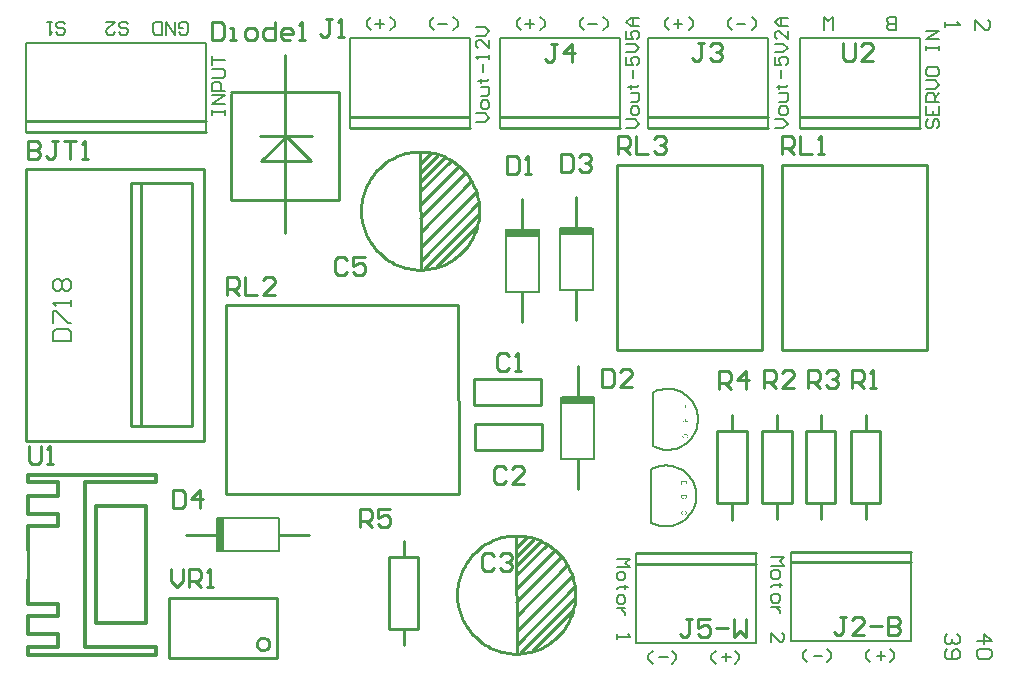
<source format=gto>
G04*
G04 #@! TF.GenerationSoftware,Altium Limited,Altium Designer,18.0.11 (651)*
G04*
G04 Layer_Color=65535*
%FSTAX44Y44*%
%MOMM*%
G71*
G01*
G75*
%ADD10C,0.2540*%
%ADD11C,0.1270*%
%ADD12C,0.2000*%
%ADD13C,0.3048*%
%ADD14R,2.8000X0.8000*%
%ADD15R,0.8000X2.8000*%
G36*
X00595498Y00237453D02*
X00595568D01*
X00595646Y00237446D01*
X00595737Y00237439D01*
X00595829Y00237432D01*
X0059604Y00237397D01*
X00596265Y00237355D01*
X0059649Y00237298D01*
X00596708Y00237214D01*
X00596715D01*
X00596729Y002372D01*
X00596758Y00237186D01*
X005968Y00237171D01*
X00596842Y00237143D01*
X00596898Y00237115D01*
X00597018Y00237038D01*
X00597151Y00236939D01*
X00597292Y00236827D01*
X00597419Y00236693D01*
X00597538Y00236545D01*
Y00236538D01*
X00597552Y00236524D01*
X00597567Y00236503D01*
X00597581Y00236468D01*
X00597602Y00236433D01*
X0059763Y00236383D01*
X00597651Y00236327D01*
X00597679Y00236271D01*
X00597728Y0023613D01*
X00597778Y00235968D01*
X00597806Y00235793D01*
X0059782Y00235603D01*
Y00235546D01*
X00597813Y00235504D01*
X00597806Y00235455D01*
X00597799Y00235399D01*
X00597778Y00235265D01*
X00597735Y0023511D01*
X00597672Y00234941D01*
X0059763Y00234857D01*
X00597581Y00234779D01*
X00597524Y00234695D01*
X00597461Y00234618D01*
X00597454Y00234611D01*
X00597447Y00234596D01*
X00597426Y00234575D01*
X00597398Y00234554D01*
X00597355Y00234519D01*
X00597313Y00234477D01*
X00597264Y00234435D01*
X00597201Y00234392D01*
X0059713Y00234343D01*
X00597053Y00234294D01*
X00596969Y00234252D01*
X00596877Y00234202D01*
X00596779Y00234153D01*
X00596666Y00234111D01*
X00596553Y00234076D01*
X00596427Y00234041D01*
X00596279Y00234554D01*
X00596293D01*
X00596321Y00234568D01*
X00596371Y00234582D01*
X00596434Y00234611D01*
X00596511Y00234639D01*
X00596596Y00234681D01*
X00596687Y0023473D01*
X00596779Y00234786D01*
X0059687Y0023485D01*
X00596962Y00234927D01*
X00597046Y00235019D01*
X00597123Y0023511D01*
X00597187Y00235223D01*
X00597236Y00235335D01*
X00597264Y00235469D01*
X00597278Y0023561D01*
Y00235673D01*
X00597271Y0023575D01*
X0059725Y00235842D01*
X00597229Y00235947D01*
X00597194Y00236067D01*
X00597144Y0023618D01*
X00597074Y00236292D01*
X00597067Y00236306D01*
X00597039Y00236341D01*
X0059699Y00236391D01*
X00596919Y00236461D01*
X00596828Y00236531D01*
X00596722Y00236609D01*
X00596589Y00236686D01*
X00596441Y00236756D01*
X00596434D01*
X0059642Y00236763D01*
X00596399Y0023677D01*
X00596363Y00236785D01*
X00596321Y00236799D01*
X00596272Y00236813D01*
X00596216Y00236827D01*
X00596145Y00236841D01*
X00596075Y00236855D01*
X00595991Y00236869D01*
X00595906Y00236883D01*
X00595808Y00236897D01*
X00595597Y00236918D01*
X00595364Y00236925D01*
X0059535D01*
X00595322D01*
X00595273D01*
X00595203Y00236918D01*
X00595118Y00236911D01*
X00595027Y00236904D01*
X00594921Y00236897D01*
X00594809Y00236883D01*
X00594569Y00236841D01*
X00594323Y00236777D01*
X00594203Y00236742D01*
X00594091Y00236693D01*
X00593985Y00236644D01*
X00593887Y00236581D01*
X0059388Y00236574D01*
X00593866Y00236567D01*
X00593845Y00236545D01*
X0059381Y00236517D01*
X00593774Y00236482D01*
X00593732Y0023644D01*
X0059369Y00236391D01*
X00593641Y00236334D01*
X00593549Y00236201D01*
X00593472Y00236046D01*
X00593437Y00235961D01*
X00593415Y00235863D01*
X00593401Y00235764D01*
X00593394Y00235659D01*
Y00235617D01*
X00593401Y00235588D01*
X00593408Y00235504D01*
X00593429Y00235406D01*
X00593472Y00235293D01*
X00593521Y00235166D01*
X00593598Y0023504D01*
X00593641Y00234976D01*
X00593697Y0023492D01*
X00593704Y00234913D01*
X00593711Y00234906D01*
X00593732Y00234892D01*
X00593753Y00234871D01*
X00593788Y00234843D01*
X00593824Y00234814D01*
X00593873Y00234786D01*
X00593929Y00234751D01*
X00593985Y00234716D01*
X00594056Y00234681D01*
X00594133Y00234646D01*
X00594211Y00234618D01*
X00594302Y00234582D01*
X005944Y00234554D01*
X00594506Y00234526D01*
X00594619Y00234505D01*
X00594457Y00233977D01*
X0059445D01*
X00594422Y00233984D01*
X00594379Y00233998D01*
X00594323Y00234013D01*
X0059426Y00234034D01*
X00594182Y00234055D01*
X00594091Y00234083D01*
X00593999Y00234118D01*
X0059381Y00234202D01*
X00593605Y00234308D01*
X00593415Y00234435D01*
X00593324Y00234512D01*
X00593247Y00234589D01*
X0059324Y00234596D01*
X00593232Y00234611D01*
X00593211Y00234632D01*
X00593183Y00234667D01*
X00593155Y00234709D01*
X0059312Y00234758D01*
X00593085Y00234822D01*
X0059305Y00234885D01*
X00593014Y00234955D01*
X00592979Y0023504D01*
X00592916Y00235216D01*
X00592867Y0023542D01*
X0059286Y00235532D01*
X00592853Y00235645D01*
Y00235701D01*
X0059286Y00235736D01*
Y00235786D01*
X00592867Y00235842D01*
X00592888Y00235968D01*
X00592916Y00236116D01*
X00592965Y00236271D01*
X00593028Y00236426D01*
X00593113Y00236581D01*
Y00236588D01*
X00593127Y00236595D01*
X00593141Y00236616D01*
X00593162Y00236644D01*
X00593226Y00236714D01*
X00593324Y00236806D01*
X0059338Y00236855D01*
X00593444Y00236904D01*
X00593514Y00236961D01*
X00593591Y0023701D01*
X00593676Y00237066D01*
X00593767Y00237115D01*
X00593866Y00237164D01*
X00593971Y00237214D01*
X00593978D01*
X00593999Y00237221D01*
X00594035Y00237235D01*
X00594077Y00237249D01*
X00594133Y0023727D01*
X00594203Y00237291D01*
X00594281Y00237312D01*
X00594365Y00237333D01*
X00594464Y00237362D01*
X00594569Y00237383D01*
X00594689Y00237404D01*
X00594809Y00237418D01*
X00594935Y00237439D01*
X00595076Y00237446D01*
X00595364Y0023746D01*
X00595371D01*
X005954D01*
X00595442D01*
X00595498Y00237453D01*
D02*
G37*
G36*
X00597735Y00248905D02*
X00597728Y00248828D01*
X00597721Y00248722D01*
X005977Y0024861D01*
X00597679Y0024849D01*
X00597644Y00248377D01*
X00597595Y00248272D01*
X00597588Y00248258D01*
X00597567Y0024823D01*
X00597531Y0024818D01*
X00597489Y00248117D01*
X00597426Y00248047D01*
X00597349Y00247976D01*
X00597264Y00247906D01*
X00597159Y00247836D01*
X00597144Y00247829D01*
X00597109Y00247808D01*
X00597046Y00247779D01*
X00596969Y00247751D01*
X0059687Y00247723D01*
X00596758Y00247695D01*
X00596638Y00247674D01*
X00596504Y00247667D01*
X00596497D01*
X0059649D01*
X00596448D01*
X00596385Y00247674D01*
X00596307Y00247688D01*
X00596216Y00247702D01*
X0059611Y0024773D01*
X00596012Y00247765D01*
X00595906Y00247815D01*
X00595892Y00247822D01*
X00595864Y00247843D01*
X00595815Y00247871D01*
X00595758Y0024792D01*
X00595688Y00247976D01*
X00595618Y00248047D01*
X00595547Y00248131D01*
X00595484Y00248223D01*
Y00248216D01*
X00595477Y00248209D01*
X00595463Y00248166D01*
X00595428Y00248103D01*
X00595386Y00248026D01*
X00595322Y00247941D01*
X00595252Y0024785D01*
X0059516Y00247758D01*
X00595055Y00247681D01*
X00595041Y00247674D01*
X00595006Y00247653D01*
X00594935Y00247617D01*
X00594851Y00247582D01*
X00594745Y00247547D01*
X00594619Y00247512D01*
X00594478Y00247491D01*
X00594323Y00247484D01*
X00594316D01*
X00594302D01*
X00594281D01*
X00594253D01*
X00594211Y00247491D01*
X00594168D01*
X00594063Y00247505D01*
X00593943Y00247526D01*
X00593816Y00247561D01*
X00593683Y00247603D01*
X00593556Y00247667D01*
X00593549D01*
X00593542Y00247674D01*
X005935Y00247702D01*
X00593444Y00247737D01*
X00593373Y00247793D01*
X00593296Y00247864D01*
X00593218Y00247941D01*
X00593141Y0024804D01*
X00593078Y00248145D01*
X00593071Y00248159D01*
X00593057Y00248202D01*
X00593028Y00248265D01*
X00593007Y00248356D01*
X00592979Y00248476D01*
X00592951Y00248617D01*
X00592937Y00248778D01*
X0059293Y00248961D01*
Y0025046D01*
X00597735D01*
Y00248905D01*
D02*
G37*
G36*
Y00259611D02*
X00597166D01*
Y00261939D01*
X00595702D01*
Y00259751D01*
X00595132D01*
Y00261939D01*
X005935D01*
Y00259519D01*
X0059293D01*
Y0026246D01*
X00597735D01*
Y00259611D01*
D02*
G37*
G36*
X00594228Y00172683D02*
X00594298D01*
X00594376Y00172676D01*
X00594467Y00172669D01*
X00594559Y00172662D01*
X0059477Y00172627D01*
X00594995Y00172584D01*
X0059522Y00172528D01*
X00595438Y00172444D01*
X00595445D01*
X00595459Y0017243D01*
X00595488Y00172416D01*
X0059553Y00172402D01*
X00595572Y00172373D01*
X00595628Y00172345D01*
X00595748Y00172268D01*
X00595882Y00172169D01*
X00596022Y00172057D01*
X00596149Y00171923D01*
X00596269Y00171775D01*
Y00171768D01*
X00596283Y00171754D01*
X00596297Y00171733D01*
X00596311Y00171698D01*
X00596332Y00171663D01*
X0059636Y00171614D01*
X00596381Y00171557D01*
X00596409Y00171501D01*
X00596458Y0017136D01*
X00596508Y00171198D01*
X00596536Y00171022D01*
X0059655Y00170833D01*
Y00170776D01*
X00596543Y00170734D01*
X00596536Y00170685D01*
X00596529Y00170629D01*
X00596508Y00170495D01*
X00596465Y0017034D01*
X00596402Y00170171D01*
X0059636Y00170087D01*
X00596311Y00170009D01*
X00596254Y00169925D01*
X00596191Y00169848D01*
X00596184Y00169841D01*
X00596177Y00169826D01*
X00596156Y00169805D01*
X00596128Y00169784D01*
X00596086Y00169749D01*
X00596043Y00169707D01*
X00595994Y00169665D01*
X00595931Y00169622D01*
X0059586Y00169573D01*
X00595783Y00169524D01*
X00595699Y00169482D01*
X00595607Y00169432D01*
X00595509Y00169383D01*
X00595396Y00169341D01*
X00595283Y00169306D01*
X00595157Y00169271D01*
X00595009Y00169784D01*
X00595023D01*
X00595051Y00169798D01*
X00595101Y00169812D01*
X00595164Y00169841D01*
X00595241Y00169869D01*
X00595326Y00169911D01*
X00595417Y0016996D01*
X00595509Y00170016D01*
X005956Y0017008D01*
X00595691Y00170157D01*
X00595776Y00170249D01*
X00595853Y0017034D01*
X00595917Y00170453D01*
X00595966Y00170565D01*
X00595994Y00170699D01*
X00596008Y0017084D01*
Y00170903D01*
X00596001Y0017098D01*
X0059598Y00171072D01*
X00595959Y00171177D01*
X00595924Y00171297D01*
X00595874Y00171409D01*
X00595804Y00171522D01*
X00595797Y00171536D01*
X00595769Y00171571D01*
X0059572Y00171621D01*
X00595649Y00171691D01*
X00595558Y00171761D01*
X00595452Y00171839D01*
X00595319Y00171916D01*
X00595171Y00171986D01*
X00595164D01*
X0059515Y00171994D01*
X00595129Y00172001D01*
X00595093Y00172015D01*
X00595051Y00172029D01*
X00595002Y00172043D01*
X00594946Y00172057D01*
X00594875Y00172071D01*
X00594805Y00172085D01*
X00594721Y00172099D01*
X00594636Y00172113D01*
X00594538Y00172127D01*
X00594327Y00172148D01*
X00594094Y00172155D01*
X0059408D01*
X00594052D01*
X00594003D01*
X00593933Y00172148D01*
X00593848Y00172141D01*
X00593757Y00172134D01*
X00593651Y00172127D01*
X00593539Y00172113D01*
X00593299Y00172071D01*
X00593053Y00172008D01*
X00592934Y00171972D01*
X00592821Y00171923D01*
X00592715Y00171874D01*
X00592617Y0017181D01*
X0059261Y00171803D01*
X00592596Y00171796D01*
X00592575Y00171775D01*
X00592539Y00171747D01*
X00592504Y00171712D01*
X00592462Y0017167D01*
X0059242Y00171621D01*
X00592371Y00171564D01*
X00592279Y00171431D01*
X00592202Y00171276D01*
X00592167Y00171191D01*
X00592146Y00171093D01*
X00592131Y00170994D01*
X00592124Y00170889D01*
Y00170847D01*
X00592131Y00170819D01*
X00592138Y00170734D01*
X0059216Y00170636D01*
X00592202Y00170523D01*
X00592251Y00170396D01*
X00592328Y0017027D01*
X00592371Y00170206D01*
X00592427Y0017015D01*
X00592434Y00170143D01*
X00592441Y00170136D01*
X00592462Y00170122D01*
X00592483Y00170101D01*
X00592518Y00170073D01*
X00592554Y00170044D01*
X00592603Y00170016D01*
X00592659Y00169981D01*
X00592715Y00169946D01*
X00592786Y00169911D01*
X00592863Y00169876D01*
X0059294Y00169848D01*
X00593032Y00169812D01*
X0059313Y00169784D01*
X00593236Y00169756D01*
X00593349Y00169735D01*
X00593187Y00169207D01*
X0059318D01*
X00593152Y00169214D01*
X00593109Y00169228D01*
X00593053Y00169242D01*
X0059299Y00169264D01*
X00592912Y00169285D01*
X00592821Y00169313D01*
X00592729Y00169348D01*
X00592539Y00169432D01*
X00592335Y00169538D01*
X00592146Y00169665D01*
X00592054Y00169742D01*
X00591977Y00169819D01*
X0059197Y00169826D01*
X00591963Y00169841D01*
X00591941Y00169862D01*
X00591913Y00169897D01*
X00591885Y00169939D01*
X0059185Y00169988D01*
X00591815Y00170052D01*
X0059178Y00170115D01*
X00591744Y00170185D01*
X00591709Y0017027D01*
X00591646Y00170446D01*
X00591597Y0017065D01*
X0059159Y00170762D01*
X00591583Y00170875D01*
Y00170931D01*
X0059159Y00170966D01*
Y00171015D01*
X00591597Y00171072D01*
X00591618Y00171198D01*
X00591646Y00171346D01*
X00591695Y00171501D01*
X00591758Y00171656D01*
X00591843Y0017181D01*
Y00171818D01*
X00591857Y00171825D01*
X00591871Y00171846D01*
X00591892Y00171874D01*
X00591955Y00171944D01*
X00592054Y00172036D01*
X0059211Y00172085D01*
X00592174Y00172134D01*
X00592244Y0017219D01*
X00592321Y0017224D01*
X00592406Y00172296D01*
X00592497Y00172345D01*
X00592596Y00172395D01*
X00592701Y00172444D01*
X00592708D01*
X00592729Y00172451D01*
X00592765Y00172465D01*
X00592807Y00172479D01*
X00592863Y001725D01*
X00592934Y00172521D01*
X00593011Y00172542D01*
X00593095Y00172563D01*
X00593194Y00172591D01*
X00593299Y00172613D01*
X00593419Y00172634D01*
X00593539Y00172648D01*
X00593665Y00172669D01*
X00593806Y00172676D01*
X00594094Y0017269D01*
X00594101D01*
X0059413D01*
X00594172D01*
X00594228Y00172683D01*
D02*
G37*
G36*
X00596465Y00184135D02*
X00596458Y00184058D01*
X00596451Y00183952D01*
X0059643Y0018384D01*
X00596409Y0018372D01*
X00596374Y00183607D01*
X00596325Y00183502D01*
X00596318Y00183488D01*
X00596297Y0018346D01*
X00596261Y0018341D01*
X00596219Y00183347D01*
X00596156Y00183277D01*
X00596078Y00183206D01*
X00595994Y00183136D01*
X00595888Y00183066D01*
X00595874Y00183059D01*
X00595839Y00183037D01*
X00595776Y00183009D01*
X00595699Y00182981D01*
X005956Y00182953D01*
X00595488Y00182925D01*
X00595368Y00182904D01*
X00595234Y00182897D01*
X00595227D01*
X0059522D01*
X00595178D01*
X00595115Y00182904D01*
X00595037Y00182918D01*
X00594946Y00182932D01*
X0059484Y0018296D01*
X00594742Y00182995D01*
X00594636Y00183044D01*
X00594622Y00183052D01*
X00594594Y00183073D01*
X00594545Y00183101D01*
X00594488Y0018315D01*
X00594418Y00183206D01*
X00594348Y00183277D01*
X00594277Y00183361D01*
X00594214Y00183453D01*
Y00183446D01*
X00594207Y00183438D01*
X00594193Y00183396D01*
X00594158Y00183333D01*
X00594115Y00183256D01*
X00594052Y00183171D01*
X00593982Y0018308D01*
X0059389Y00182988D01*
X00593785Y00182911D01*
X00593771Y00182904D01*
X00593736Y00182883D01*
X00593665Y00182847D01*
X00593581Y00182812D01*
X00593475Y00182777D01*
X00593349Y00182742D01*
X00593208Y00182721D01*
X00593053Y00182714D01*
X00593046D01*
X00593032D01*
X00593011D01*
X00592983D01*
X0059294Y00182721D01*
X00592898D01*
X00592793Y00182735D01*
X00592673Y00182756D01*
X00592547Y00182791D01*
X00592413Y00182833D01*
X00592286Y00182897D01*
X00592279D01*
X00592272Y00182904D01*
X0059223Y00182932D01*
X00592174Y00182967D01*
X00592103Y00183023D01*
X00592026Y00183094D01*
X00591949Y00183171D01*
X00591871Y0018327D01*
X00591808Y00183375D01*
X00591801Y00183389D01*
X00591787Y00183431D01*
X00591758Y00183495D01*
X00591737Y00183586D01*
X00591709Y00183706D01*
X00591681Y00183847D01*
X00591667Y00184008D01*
X0059166Y00184191D01*
Y0018569D01*
X00596465D01*
Y00184135D01*
D02*
G37*
G36*
Y00194841D02*
X00595896D01*
Y00197169D01*
X00594432D01*
Y00194981D01*
X00593862D01*
Y00197169D01*
X0059223D01*
Y00194749D01*
X0059166D01*
Y0019769D01*
X00596465D01*
Y00194841D01*
D02*
G37*
%LPC*%
G36*
X00597166Y00249939D02*
X00595716D01*
Y00248975D01*
X00595723Y00248898D01*
X00595737Y00248743D01*
X00595744Y00248673D01*
X00595758Y0024861D01*
X00595765Y00248603D01*
X00595773Y00248574D01*
X00595787Y00248539D01*
X00595815Y0024849D01*
X00595843Y00248441D01*
X00595885Y00248391D01*
X00595934Y00248335D01*
X00595991Y00248293D01*
X00595998Y00248286D01*
X00596019Y00248272D01*
X00596054Y00248258D01*
X00596103Y00248237D01*
X00596166Y00248216D01*
X00596244Y00248195D01*
X00596328Y00248187D01*
X00596427Y0024818D01*
X00596441D01*
X00596469D01*
X00596518Y00248187D01*
X00596582Y00248195D01*
X00596645Y00248209D01*
X00596715Y00248223D01*
X00596793Y00248251D01*
X00596856Y00248286D01*
X00596863Y00248293D01*
X00596884Y00248307D01*
X00596912Y00248328D01*
X00596954Y00248356D01*
X0059699Y00248391D01*
X00597032Y00248441D01*
X00597067Y0024849D01*
X00597095Y00248553D01*
Y0024856D01*
X00597109Y00248589D01*
X00597116Y00248631D01*
X0059713Y00248687D01*
X00597144Y00248771D01*
X00597151Y00248877D01*
X00597166Y00249004D01*
Y00249939D01*
D02*
G37*
G36*
X00595146D02*
X005935D01*
Y00248849D01*
X00593507Y00248778D01*
X00593514Y00248694D01*
X00593521Y00248617D01*
X00593535Y00248539D01*
X00593556Y00248476D01*
X00593563Y00248469D01*
X0059357Y00248441D01*
X00593591Y00248398D01*
X00593619Y00248349D01*
X00593662Y002483D01*
X00593711Y00248244D01*
X00593767Y00248187D01*
X00593831Y00248138D01*
X00593838Y00248131D01*
X00593866Y00248117D01*
X00593908Y00248103D01*
X00593964Y00248075D01*
X00594035Y00248054D01*
X00594119Y0024804D01*
X00594218Y00248026D01*
X00594323Y00248019D01*
X00594337D01*
X00594372D01*
X00594422Y00248026D01*
X00594485Y00248033D01*
X00594555Y00248047D01*
X00594633Y00248068D01*
X0059471Y00248096D01*
X0059478Y00248131D01*
X00594787Y00248138D01*
X00594809Y00248152D01*
X00594844Y00248173D01*
X00594886Y00248209D01*
X00594928Y00248251D01*
X00594977Y00248307D01*
X0059502Y00248363D01*
X00595055Y00248434D01*
X00595062Y00248441D01*
X00595069Y00248469D01*
X00595083Y00248518D01*
X00595104Y00248581D01*
X00595118Y00248666D01*
X00595132Y00248764D01*
X00595139Y00248891D01*
X00595146Y00249032D01*
Y00249939D01*
D02*
G37*
G36*
X00595896Y00185169D02*
X00594446D01*
Y00184205D01*
X00594453Y00184128D01*
X00594467Y00183973D01*
X00594474Y00183903D01*
X00594488Y0018384D01*
X00594495Y00183833D01*
X00594502Y00183804D01*
X00594516Y00183769D01*
X00594545Y0018372D01*
X00594573Y00183671D01*
X00594615Y00183622D01*
X00594664Y00183565D01*
X00594721Y00183523D01*
X00594728Y00183516D01*
X00594749Y00183502D01*
X00594784Y00183488D01*
X00594833Y00183467D01*
X00594897Y00183446D01*
X00594974Y00183424D01*
X00595058Y00183417D01*
X00595157Y0018341D01*
X00595171D01*
X00595199D01*
X00595248Y00183417D01*
X00595312Y00183424D01*
X00595375Y00183438D01*
X00595445Y00183453D01*
X00595523Y00183481D01*
X00595586Y00183516D01*
X00595593Y00183523D01*
X00595614Y00183537D01*
X00595642Y00183558D01*
X00595685Y00183586D01*
X0059572Y00183622D01*
X00595762Y00183671D01*
X00595797Y0018372D01*
X00595825Y00183783D01*
Y0018379D01*
X00595839Y00183818D01*
X00595846Y00183861D01*
X0059586Y00183917D01*
X00595874Y00184001D01*
X00595882Y00184107D01*
X00595896Y00184234D01*
Y00185169D01*
D02*
G37*
G36*
X00593876D02*
X0059223D01*
Y00184079D01*
X00592237Y00184008D01*
X00592244Y00183924D01*
X00592251Y00183847D01*
X00592265Y00183769D01*
X00592286Y00183706D01*
X00592293Y00183699D01*
X005923Y00183671D01*
X00592321Y00183629D01*
X0059235Y00183579D01*
X00592392Y0018353D01*
X00592441Y00183474D01*
X00592497Y00183417D01*
X00592561Y00183368D01*
X00592568Y00183361D01*
X00592596Y00183347D01*
X00592638Y00183333D01*
X00592694Y00183305D01*
X00592765Y00183284D01*
X00592849Y0018327D01*
X00592948Y00183256D01*
X00593053Y00183249D01*
X00593067D01*
X00593102D01*
X00593152Y00183256D01*
X00593215Y00183263D01*
X00593285Y00183277D01*
X00593363Y00183298D01*
X0059344Y00183326D01*
X0059351Y00183361D01*
X00593517Y00183368D01*
X00593539Y00183382D01*
X00593574Y00183403D01*
X00593616Y00183438D01*
X00593658Y00183481D01*
X00593707Y00183537D01*
X0059375Y00183593D01*
X00593785Y00183664D01*
X00593792Y00183671D01*
X00593799Y00183699D01*
X00593813Y00183748D01*
X00593834Y00183811D01*
X00593848Y00183896D01*
X00593862Y00183994D01*
X00593869Y00184121D01*
X00593876Y00184262D01*
Y00185169D01*
D02*
G37*
%LPD*%
D10*
X0042084Y0042672D02*
X00420776Y00429253D01*
X00420583Y00431778D01*
X00420263Y00434291D01*
X00419817Y00436785D01*
X00419244Y00439253D01*
X00418547Y00441688D01*
X00417728Y00444085D01*
X00416788Y00446438D01*
X0041573Y0044874D01*
X00414557Y00450985D01*
X00413272Y00453168D01*
X00411878Y00455283D01*
X00410379Y00457325D01*
X00408778Y00459289D01*
X0040708Y00461168D01*
X00405288Y0046296D01*
X00403409Y00464658D01*
X00401445Y00466259D01*
X00399403Y00467758D01*
X00397288Y00469152D01*
X00395105Y00470437D01*
X0039286Y0047161D01*
X00390558Y00472668D01*
X00388205Y00473608D01*
X00385808Y00474427D01*
X00383373Y00475124D01*
X00380905Y00475696D01*
X00378411Y00476143D01*
X00375898Y00476464D01*
X00373372Y00476656D01*
X0037084Y0047672D01*
X00368307Y00476656D01*
X00365782Y00476464D01*
X00363269Y00476143D01*
X00360775Y00475696D01*
X00358307Y00475124D01*
X00355872Y00474427D01*
X00353475Y00473608D01*
X00351122Y00472668D01*
X0034882Y0047161D01*
X00346575Y00470437D01*
X00344392Y00469152D01*
X00342277Y00467758D01*
X00340235Y00466259D01*
X00338271Y00464658D01*
X00336392Y0046296D01*
X003346Y00461168D01*
X00332902Y00459289D01*
X00331301Y00457325D01*
X00329802Y00455283D01*
X00328408Y00453168D01*
X00327123Y00450985D01*
X0032595Y0044874D01*
X00324892Y00446438D01*
X00323952Y00444085D01*
X00323133Y00441688D01*
X00322436Y00439253D01*
X00321864Y00436785D01*
X00321417Y00434291D01*
X00321096Y00431778D01*
X00320904Y00429252D01*
X0032084Y0042672D01*
X00320904Y00424187D01*
X00321096Y00421661D01*
X00321417Y00419148D01*
X00321864Y00416655D01*
X00322436Y00414187D01*
X00323133Y00411752D01*
X00323952Y00409355D01*
X00324892Y00407002D01*
X0032595Y004047D01*
X00327123Y00402455D01*
X00328408Y00400272D01*
X00329802Y00398157D01*
X00331301Y00396115D01*
X00332902Y00394151D01*
X003346Y00392272D01*
X00336392Y0039048D01*
X00338271Y00388782D01*
X00340235Y00387181D01*
X00342277Y00385682D01*
X00344392Y00384288D01*
X00346575Y00383003D01*
X0034882Y0038183D01*
X00351122Y00380772D01*
X00353475Y00379832D01*
X00355872Y00379013D01*
X00358307Y00378316D01*
X00360775Y00377743D01*
X00363269Y00377297D01*
X00365782Y00376977D01*
X00368308Y00376784D01*
X0037084Y0037672D01*
X00373373Y00376784D01*
X00375899Y00376977D01*
X00378412Y00377297D01*
X00380905Y00377743D01*
X00383373Y00378316D01*
X00385808Y00379013D01*
X00388205Y00379832D01*
X00390558Y00380772D01*
X0039286Y0038183D01*
X00395105Y00383003D01*
X00397288Y00384288D01*
X00399404Y00385682D01*
X00401446Y00387181D01*
X00403409Y00388782D01*
X00405289Y0039048D01*
X0040708Y00392272D01*
X00408778Y00394151D01*
X00410379Y00396115D01*
X00411878Y00398157D01*
X00413272Y00400272D01*
X00414557Y00402455D01*
X0041573Y00404701D01*
X00416788Y00407002D01*
X00417728Y00409355D01*
X00418547Y00411752D01*
X00419244Y00414188D01*
X00419817Y00416655D01*
X00420263Y00419149D01*
X00420583Y00421662D01*
X00420776Y00424188D01*
X0042084Y0042672D01*
X0050212Y001016D02*
X00502056Y00104132D01*
X00501864Y00106658D01*
X00501543Y00109171D01*
X00501096Y00111665D01*
X00500524Y00114133D01*
X00499827Y00116568D01*
X00499008Y00118965D01*
X00498068Y00121318D01*
X0049701Y0012362D01*
X00495837Y00125865D01*
X00494552Y00128048D01*
X00493158Y00130163D01*
X00491659Y00132205D01*
X00490058Y00134169D01*
X0048836Y00136048D01*
X00486568Y0013784D01*
X00484689Y00139538D01*
X00482725Y00141139D01*
X00480683Y00142638D01*
X00478568Y00144032D01*
X00476385Y00145317D01*
X0047414Y0014649D01*
X00471838Y00147548D01*
X00469485Y00148488D01*
X00467088Y00149307D01*
X00464653Y00150004D01*
X00462185Y00150576D01*
X00459691Y00151023D01*
X00457178Y00151343D01*
X00454652Y00151536D01*
X0045212Y001516D01*
X00449588Y00151536D01*
X00447062Y00151343D01*
X00444549Y00151023D01*
X00442055Y00150576D01*
X00439587Y00150004D01*
X00437152Y00149307D01*
X00434755Y00148488D01*
X00432402Y00147548D01*
X004301Y0014649D01*
X00427855Y00145317D01*
X00425672Y00144032D01*
X00423557Y00142638D01*
X00421515Y00141139D01*
X00419551Y00139538D01*
X00417672Y0013784D01*
X0041588Y00136048D01*
X00414182Y00134169D01*
X00412581Y00132205D01*
X00411082Y00130163D01*
X00409688Y00128048D01*
X00408403Y00125865D01*
X0040723Y0012362D01*
X00406172Y00121318D01*
X00405232Y00118965D01*
X00404413Y00116568D01*
X00403716Y00114132D01*
X00403144Y00111665D01*
X00402697Y00109171D01*
X00402377Y00106658D01*
X00402184Y00104132D01*
X0040212Y001016D01*
X00402184Y00099067D01*
X00402377Y00096542D01*
X00402697Y00094029D01*
X00403144Y00091535D01*
X00403716Y00089067D01*
X00404413Y00086632D01*
X00405232Y00084235D01*
X00406172Y00081882D01*
X0040723Y0007958D01*
X00408403Y00077335D01*
X00409688Y00075152D01*
X00411082Y00073036D01*
X00412581Y00070995D01*
X00414182Y00069031D01*
X0041588Y00067152D01*
X00417672Y0006536D01*
X00419552Y00063662D01*
X00421515Y00062061D01*
X00423557Y00060562D01*
X00425672Y00059168D01*
X00427855Y00057883D01*
X004301Y0005671D01*
X00432402Y00055652D01*
X00434755Y00054712D01*
X00437152Y00053893D01*
X00439588Y00053196D01*
X00442055Y00052624D01*
X00444549Y00052177D01*
X00447062Y00051856D01*
X00449588Y00051664D01*
X0045212Y000516D01*
X00454653Y00051664D01*
X00457179Y00051856D01*
X00459692Y00052177D01*
X00462185Y00052624D01*
X00464653Y00053196D01*
X00467088Y00053893D01*
X00469485Y00054713D01*
X00471838Y00055652D01*
X0047414Y0005671D01*
X00476385Y00057883D01*
X00478568Y00059168D01*
X00480684Y00060562D01*
X00482725Y00062061D01*
X00484689Y00063662D01*
X00486568Y0006536D01*
X0048836Y00067152D01*
X00490058Y00069032D01*
X00491659Y00070995D01*
X00493158Y00073037D01*
X00494552Y00075152D01*
X00495837Y00077335D01*
X0049701Y0007958D01*
X00498068Y00081882D01*
X00499008Y00084235D01*
X00499827Y00086632D01*
X00500524Y00089068D01*
X00501096Y00091535D01*
X00501543Y00094029D01*
X00501864Y00096542D01*
X00502056Y00099068D01*
X0050212Y001016D01*
X00243132Y0005969D02*
X00242515Y00062194D01*
X00240805Y00064124D01*
X00238393Y00065039D01*
X00235833Y00064728D01*
X00233711Y00063263D01*
X00232512Y00060979D01*
Y00058401D01*
X00233711Y00056117D01*
X00235833Y00054652D01*
X00238393Y00054341D01*
X00240805Y00055256D01*
X00242515Y00057186D01*
X00243132Y0005969D01*
X0034437Y0013335D02*
X0036937D01*
Y0007239D02*
Y0013335D01*
X0034437Y0007239D02*
X0036937D01*
X0034437D02*
Y0013335D01*
X0035687Y00058928D02*
Y00072136D01*
Y00133858D02*
Y00147066D01*
X00384302Y00378968D02*
X00418211Y00412877D01*
X00373634Y00377444D02*
X00420243Y00424053D01*
X00372364Y00385064D02*
X00420116Y00432816D01*
X00371348Y0040894D02*
X00413385Y00450977D01*
X00371348Y00459232D02*
X00385953Y00473837D01*
X00371348Y00451612D02*
X00391287Y00471551D01*
X00371602Y00395478D02*
X00418211Y00442087D01*
X0037084Y0042037D02*
X00408686Y00458216D01*
X0037084Y004318D02*
X00402971Y00463931D01*
X0037084Y0044323D02*
X00396494Y00468884D01*
X0037084Y0046609D02*
X00380238Y00475488D01*
X0037084Y0047371D02*
Y0047625D01*
Y00475742D02*
X00371339Y00377445D01*
X00465582Y00053848D02*
X00499491Y00087757D01*
X00454914Y00052324D02*
X00501523Y00098933D01*
X00453644Y00059944D02*
X00501396Y00107696D01*
X00452628Y0008382D02*
X00494665Y00125857D01*
X00452628Y00134112D02*
X00467233Y00148717D01*
X00452628Y00126492D02*
X00472567Y00146431D01*
X00452882Y00070358D02*
X00499491Y00116967D01*
X0045212Y0009525D02*
X00489966Y00133096D01*
X0045212Y0010668D02*
X00484251Y00138811D01*
X0045212Y0011811D02*
X00477774Y00143764D01*
X0045212Y0014097D02*
X00461518Y00150368D01*
X0045212Y0014859D02*
Y0015113D01*
Y00150622D02*
X00452619Y00052325D01*
X00416306Y00262382D02*
Y00280162D01*
Y00262382D02*
X00472694D01*
Y00283718D01*
X00416306D02*
X00472694D01*
X00416306Y002794D02*
Y00283718D01*
X0050419Y0019073D02*
Y0021613D01*
Y0026947D02*
Y0029487D01*
X0073553Y0024003D02*
X0076053D01*
Y0017907D02*
Y0024003D01*
X0073553Y0017907D02*
X0076053D01*
X0073553D02*
Y0024003D01*
X0074803Y00165608D02*
Y00178816D01*
Y00240538D02*
Y00253746D01*
X0020606Y0018669D02*
Y00346456D01*
Y00186634D02*
X0040327D01*
X00403163Y0034671D02*
X0040327Y00186634D01*
X0020606Y00346634D02*
X0040291D01*
X0069743Y0017907D02*
X0072243D01*
X0069743D02*
Y0024003D01*
X0072243D01*
Y0017907D02*
Y0024003D01*
X0070993Y00240284D02*
Y00253492D01*
Y00165354D02*
Y00178562D01*
X000374Y0023171D02*
Y0046171D01*
X001874Y0023171D02*
Y0046171D01*
X0013462Y0024395D02*
Y0044969D01*
X000374Y0046171D02*
X001874D01*
X000374Y0023171D02*
X001874D01*
X0012573Y0024395D02*
X001778D01*
Y0044969D01*
X0012573D02*
X001778D01*
X0012573Y0024395D02*
Y0044969D01*
X00038862Y00114046D02*
Y00139954D01*
X0017295Y001524D02*
X0019835D01*
X0025169D02*
X0027709D01*
X00158496Y0009906D02*
X00249174D01*
X00158496Y0004826D02*
Y0009906D01*
Y0004826D02*
X00249174D01*
Y0009906D01*
X00417576Y00224282D02*
Y00242062D01*
Y00224282D02*
X00473964D01*
Y00245618D01*
X00417576D02*
X00473964D01*
X00417576Y002413D02*
Y00245618D01*
X0055397Y0012762D02*
X0065532D01*
X0055372Y0013677D02*
X0065532D01*
X0068478Y0012889D02*
X0078613D01*
X0068453Y0013804D02*
X0078613D01*
X0069215Y0050611D02*
X007935D01*
X0069215Y0049696D02*
X0079375D01*
X0056388Y0050611D02*
X0066523D01*
X0056388Y0049696D02*
X0066548D01*
X0043815Y0050611D02*
X005395D01*
X0043815Y0049696D02*
X0053975D01*
X0031115Y0050611D02*
X004125D01*
X0031115Y0049696D02*
X0041275D01*
X0023622Y0046863D02*
X0027813D01*
X0023495Y0049022D02*
X002794D01*
X0023622Y0046863D02*
X0025781Y0049022D01*
Y0048895D02*
X0027813Y0046863D01*
X0025654Y005588D02*
X0025654Y0040767D01*
X0021082Y0043561D02*
X0030226D01*
Y0052705D01*
X0021082D02*
X0030226D01*
X0021082Y0043561D02*
Y0052578D01*
X0003683Y005023D02*
X0018923D01*
X0003683Y0049315D02*
X0018923D01*
X004572Y0041125D02*
Y0043665D01*
Y0033251D02*
Y0035791D01*
X0067684Y0046545D02*
X0079984D01*
X0067684Y0030845D02*
Y0046545D01*
Y0030845D02*
X0079984D01*
Y0046545D01*
X006731Y00165354D02*
Y00178562D01*
Y00240284D02*
Y00253492D01*
X006856Y0017907D02*
Y0024003D01*
X006606D02*
X006856D01*
X006606Y0017907D02*
Y0024003D01*
Y0017907D02*
X006856D01*
X0050292Y0041252D02*
Y0043792D01*
Y0033378D02*
Y0035918D01*
X0053747Y0046545D02*
X0066047D01*
X0053747Y0030845D02*
Y0046545D01*
Y0030845D02*
X0066047D01*
Y0046545D01*
X00635Y00165154D02*
Y00178362D01*
Y00240084D02*
Y00253292D01*
X006475Y0017887D02*
Y0023983D01*
X006225D02*
X006475D01*
X006225Y0017887D02*
Y0023983D01*
Y0017887D02*
X006475D01*
X0032004Y0015875D02*
Y00173985D01*
X00327658D01*
X00330197Y00171446D01*
Y00166367D01*
X00327658Y00163828D01*
X0032004D01*
X00325118D02*
X00330197Y0015875D01*
X00345432Y00173985D02*
X00335275D01*
Y00166367D01*
X00340353Y00168907D01*
X00342893D01*
X00345432Y00166367D01*
Y00161289D01*
X00342893Y0015875D01*
X00337814D01*
X00335275Y00161289D01*
X00308607Y00384806D02*
X00306068Y00387345D01*
X00300989D01*
X0029845Y00384806D01*
Y00374649D01*
X00300989Y0037211D01*
X00306068D01*
X00308607Y00374649D01*
X00323842Y00387345D02*
X00313685D01*
Y00379728D01*
X00318763Y00382267D01*
X00321303D01*
X00323842Y00379728D01*
Y00374649D01*
X00321303Y0037211D01*
X00316224D01*
X00313685Y00374649D01*
X00433067Y00134616D02*
X00430527Y00137155D01*
X00425449D01*
X0042291Y00134616D01*
Y00124459D01*
X00425449Y0012192D01*
X00430527D01*
X00433067Y00124459D01*
X00438145Y00134616D02*
X00440684Y00137155D01*
X00445763D01*
X00448302Y00134616D01*
Y00132077D01*
X00445763Y00129537D01*
X00443223D01*
X00445763D01*
X00448302Y00126998D01*
Y00124459D01*
X00445763Y0012192D01*
X00440684D01*
X00438145Y00124459D01*
X00445767Y00303526D02*
X00443228Y00306065D01*
X00438149D01*
X0043561Y00303526D01*
Y00293369D01*
X00438149Y0029083D01*
X00443228D01*
X00445767Y00293369D01*
X00450845Y0029083D02*
X00455923D01*
X00453384D01*
Y00306065D01*
X00450845Y00303526D01*
X0052451Y00292555D02*
Y0027732D01*
X00532127D01*
X00534667Y00279859D01*
Y00290016D01*
X00532127Y00292555D01*
X0052451D01*
X00549902Y0027732D02*
X00539745D01*
X00549902Y00287477D01*
Y00290016D01*
X00547363Y00292555D01*
X00542284D01*
X00539745Y00290016D01*
X00736727Y00276225D02*
Y0029146D01*
X00744344D01*
X00746884Y00288921D01*
Y00283843D01*
X00744344Y00281303D01*
X00736727D01*
X00741805D02*
X00746884Y00276225D01*
X00751962D02*
X0075704D01*
X00754501D01*
Y0029146D01*
X00751962Y00288921D01*
X00207264Y003556D02*
Y00370835D01*
X00214881D01*
X00217421Y00368296D01*
Y00363218D01*
X00214881Y00360678D01*
X00207264D01*
X00212342D02*
X00217421Y003556D01*
X00222499Y00370835D02*
Y003556D01*
X00232656D01*
X00247891D02*
X00237734D01*
X00247891Y00365757D01*
Y00368296D01*
X00245352Y00370835D01*
X00240273D01*
X00237734Y00368296D01*
X00698754Y00276098D02*
Y00291333D01*
X00706372D01*
X00708911Y00288794D01*
Y00283715D01*
X00706372Y00281176D01*
X00698754D01*
X00703832D02*
X00708911Y00276098D01*
X00713989Y00288794D02*
X00716528Y00291333D01*
X00721607D01*
X00724146Y00288794D01*
Y00286255D01*
X00721607Y00283715D01*
X00719067D01*
X00721607D01*
X00724146Y00281176D01*
Y00278637D01*
X00721607Y00276098D01*
X00716528D01*
X00713989Y00278637D01*
X00038735Y0048588D02*
Y00470645D01*
X00046353D01*
X00048892Y00473184D01*
Y00475723D01*
X00046353Y00478262D01*
X00038735D01*
X00046353D01*
X00048892Y00480802D01*
Y00483341D01*
X00046353Y0048588D01*
X00038735D01*
X00064127D02*
X00059048D01*
X00061588D01*
Y00473184D01*
X00059048Y00470645D01*
X00056509D01*
X0005397Y00473184D01*
X00069205Y0048588D02*
X00079362D01*
X00074283D01*
Y00470645D01*
X0008444D02*
X00089519D01*
X00086979D01*
Y0048588D01*
X0008444Y00483341D01*
X00040005Y00227198D02*
Y00214502D01*
X00042544Y00211963D01*
X00047622D01*
X00050162Y00214502D01*
Y00227198D01*
X0005524Y00211963D02*
X00060318D01*
X00057779D01*
Y00227198D01*
X0005524Y00224659D01*
X00161798Y00190241D02*
Y00175006D01*
X00169415D01*
X00171955Y00177545D01*
Y00187702D01*
X00169415Y00190241D01*
X00161798D01*
X00184651Y00175006D02*
Y00190241D01*
X00177033Y00182624D01*
X0018719D01*
X00159766Y00123185D02*
Y00113028D01*
X00164844Y0010795D01*
X00169923Y00113028D01*
Y00123185D01*
X00175001Y0010795D02*
Y00123185D01*
X00182619D01*
X00185158Y00120646D01*
Y00115568D01*
X00182619Y00113028D01*
X00175001D01*
X00180079D02*
X00185158Y0010795D01*
X00190236D02*
X00195315D01*
X00192775D01*
Y00123185D01*
X00190236Y00120646D01*
X0072898Y00568955D02*
Y00556259D01*
X00731519Y0055372D01*
X00736598D01*
X00739137Y00556259D01*
Y00568955D01*
X00754372Y0055372D02*
X00744215D01*
X00754372Y00563877D01*
Y00566416D01*
X00751833Y00568955D01*
X00746754D01*
X00744215Y00566416D01*
X00538048Y00474218D02*
Y00489453D01*
X00545666D01*
X00548205Y00486914D01*
Y00481836D01*
X00545666Y00479296D01*
X00538048D01*
X00543126D02*
X00548205Y00474218D01*
X00553283Y00489453D02*
Y00474218D01*
X0056344D01*
X00568518Y00486914D02*
X00571057Y00489453D01*
X00576136D01*
X00578675Y00486914D01*
Y00484375D01*
X00576136Y00481836D01*
X00573596D01*
X00576136D01*
X00578675Y00479296D01*
Y00476757D01*
X00576136Y00474218D01*
X00571057D01*
X00568518Y00476757D01*
X00677418Y00474218D02*
Y00489453D01*
X00685035D01*
X00687575Y00486914D01*
Y00481836D01*
X00685035Y00479296D01*
X00677418D01*
X00682496D02*
X00687575Y00474218D01*
X00692653Y00489453D02*
Y00474218D01*
X0070281D01*
X00707888D02*
X00712967D01*
X00710427D01*
Y00489453D01*
X00707888Y00486914D01*
X00623824Y00275898D02*
Y00291133D01*
X00631441D01*
X00633981Y00288594D01*
Y00283515D01*
X00631441Y00280976D01*
X00623824D01*
X00628902D02*
X00633981Y00275898D01*
X00646677D02*
Y00291133D01*
X00639059Y00283515D01*
X00649216D01*
X00661924Y00276098D02*
Y00291333D01*
X00669541D01*
X00672081Y00288794D01*
Y00283715D01*
X00669541Y00281176D01*
X00661924D01*
X00667002D02*
X00672081Y00276098D01*
X00687316D02*
X00677159D01*
X00687316Y00286255D01*
Y00288794D01*
X00684777Y00291333D01*
X00679698D01*
X00677159Y00288794D01*
X00600707Y00081275D02*
X00595628D01*
X00598167D01*
Y00068579D01*
X00595628Y0006604D01*
X00593089D01*
X0059055Y00068579D01*
X00615942Y00081275D02*
X00605785D01*
Y00073657D01*
X00610863Y00076197D01*
X00613403D01*
X00615942Y00073657D01*
Y00068579D01*
X00613403Y0006604D01*
X00608324D01*
X00605785Y00068579D01*
X0062102Y00073657D02*
X00631177D01*
X00636255Y00081275D02*
Y0006604D01*
X00641334Y00071118D01*
X00646412Y0006604D01*
Y00081275D01*
X00486407Y00567685D02*
X00481328D01*
X00483867D01*
Y00554989D01*
X00481328Y0055245D01*
X00478789D01*
X0047625Y00554989D01*
X00499103Y0055245D02*
Y00567685D01*
X00491485Y00560067D01*
X00501642D01*
X00610867Y00568955D02*
X00605788D01*
X00608327D01*
Y00556259D01*
X00605788Y0055372D01*
X00603249D01*
X0060071Y00556259D01*
X00615945Y00566416D02*
X00618484Y00568955D01*
X00623563D01*
X00626102Y00566416D01*
Y00563877D01*
X00623563Y00561338D01*
X00621023D01*
X00623563D01*
X00626102Y00558798D01*
Y00556259D01*
X00623563Y0055372D01*
X00618484D01*
X00615945Y00556259D01*
X00731517Y00082545D02*
X00726438D01*
X00728978D01*
Y00069849D01*
X00726438Y0006731D01*
X00723899D01*
X0072136Y00069849D01*
X00746752Y0006731D02*
X00736595D01*
X00746752Y00077467D01*
Y00080006D01*
X00744213Y00082545D01*
X00739134D01*
X00736595Y00080006D01*
X0075183Y00074928D02*
X00761987D01*
X00767065Y00082545D02*
Y0006731D01*
X00774683D01*
X00777222Y00069849D01*
Y00072388D01*
X00774683Y00074928D01*
X00767065D01*
X00774683D01*
X00777222Y00077467D01*
Y00080006D01*
X00774683Y00082545D01*
X00767065D01*
X00295907Y00589275D02*
X00290828D01*
X00293368D01*
Y00576579D01*
X00290828Y0057404D01*
X00288289D01*
X0028575Y00576579D01*
X00300985Y0057404D02*
X00306063D01*
X00303524D01*
Y00589275D01*
X00300985Y00586736D01*
X0019431Y00586735D02*
Y005715D01*
X00201928D01*
X00204467Y00574039D01*
Y00584196D01*
X00201928Y00586735D01*
X0019431D01*
X00209545Y005715D02*
X00214623D01*
X00212084D01*
Y00581657D01*
X00209545D01*
X0022478Y005715D02*
X00229858D01*
X00232398Y00574039D01*
Y00579118D01*
X00229858Y00581657D01*
X0022478D01*
X00222241Y00579118D01*
Y00574039D01*
X0022478Y005715D01*
X00247633Y00586735D02*
Y005715D01*
X00240015D01*
X00237476Y00574039D01*
Y00579118D01*
X00240015Y00581657D01*
X00247633D01*
X00260329Y005715D02*
X0025525D01*
X00252711Y00574039D01*
Y00579118D01*
X0025525Y00581657D01*
X00260329D01*
X00262868Y00579118D01*
Y00576578D01*
X00252711D01*
X00267946Y005715D02*
X00273025D01*
X00270485D01*
Y00586735D01*
X00267946Y00584196D01*
X00490347Y00474618D02*
Y00459383D01*
X00497965D01*
X00500504Y00461922D01*
Y00472079D01*
X00497965Y00474618D01*
X00490347D01*
X00505582Y00472079D02*
X00508121Y00474618D01*
X005132D01*
X00515739Y00472079D01*
Y0046954D01*
X005132Y00467001D01*
X0051066D01*
X005132D01*
X00515739Y00464461D01*
Y00461922D01*
X005132Y00459383D01*
X00508121D01*
X00505582Y00461922D01*
X00444627Y00473348D02*
Y00458113D01*
X00452244D01*
X00454784Y00460652D01*
Y00470809D01*
X00452244Y00473348D01*
X00444627D01*
X00459862Y00458113D02*
X0046494D01*
X00462401D01*
Y00473348D01*
X00459862Y00470809D01*
X00443227Y00208276D02*
X00440687Y00210815D01*
X00435609D01*
X0043307Y00208276D01*
Y00198119D01*
X00435609Y0019558D01*
X00440687D01*
X00443227Y00198119D01*
X00458462Y0019558D02*
X00448305D01*
X00458462Y00205737D01*
Y00208276D01*
X00455923Y00210815D01*
X00450844D01*
X00448305Y00208276D01*
D11*
X0056769Y0022733D02*
X0056998Y0022621D01*
X00572369Y00225321D01*
X00574834Y00224672D01*
X00577351Y0022427D01*
X00579896Y00224118D01*
X00582443Y00224217D01*
X00584967Y00224568D01*
X00587445Y00225166D01*
X00589852Y00226005D01*
X00592165Y00227078D01*
X0059436Y00228374D01*
X00596417Y00229879D01*
X00598315Y00231581D01*
X00600036Y00233461D01*
X00601562Y00235502D01*
X00602881Y00237684D01*
X00603977Y00239985D01*
X00604841Y00242383D01*
X00605465Y00244855D01*
X00605841Y00247376D01*
X00605967Y00249922D01*
X00605841Y00252468D01*
X00605465Y00254989D01*
X00604841Y00257461D01*
X00603977Y00259859D01*
X00602881Y0026216D01*
X00601562Y00264342D01*
X00600036Y00266383D01*
X00598315Y00268263D01*
X00596417Y00269965D01*
X0059436Y00271471D01*
X00592165Y00272766D01*
X00589852Y00273839D01*
X00587445Y00274678D01*
X00584967Y00275276D01*
X00582443Y00275627D01*
X00579896Y00275726D01*
X00577351Y00275574D01*
X00574834Y00275172D01*
X00572369Y00274523D01*
X0056998Y00273634D01*
X0056769Y00272514D01*
X0056642Y0016256D02*
X0056871Y0016144D01*
X00571099Y00160551D01*
X00573564Y00159902D01*
X00576081Y001595D01*
X00578625Y00159348D01*
X00581173Y00159447D01*
X00583697Y00159798D01*
X00586175Y00160396D01*
X00588582Y00161235D01*
X00590895Y00162308D01*
X0059309Y00163603D01*
X00595146Y00165109D01*
X00597044Y00166811D01*
X00598765Y00168691D01*
X00600293Y00170732D01*
X00601611Y00172914D01*
X00602707Y00175215D01*
X00603571Y00177613D01*
X00604195Y00180085D01*
X00604571Y00182606D01*
X00604697Y00185152D01*
X00604571Y00187698D01*
X00604195Y00190219D01*
X00603571Y00192691D01*
X00602707Y00195089D01*
X00601611Y0019739D01*
X00600293Y00199572D01*
X00598765Y00201613D01*
X00597045Y00203493D01*
X00595146Y00205195D01*
X0059309Y002067D01*
X00590895Y00207996D01*
X00588582Y00209069D01*
X00586175Y00209908D01*
X00583698Y00210506D01*
X00581173Y00210857D01*
X00578625Y00210956D01*
X00576081Y00210804D01*
X00573564Y00210402D01*
X00571099Y00209753D01*
X0056871Y00208864D01*
X0056642Y00207744D01*
X0056769Y0022733D02*
Y0027305D01*
X0056642Y0016256D02*
Y0020828D01*
D12*
X0049019Y002163D02*
X0051819D01*
X0049019D02*
Y002693D01*
X0051819Y002163D02*
Y002693D01*
X0019852Y001664D02*
X0025152D01*
X0019852Y001384D02*
X0025152D01*
Y001664D01*
X0055372Y0006096D02*
Y0013665D01*
Y0006096D02*
X0065532D01*
Y0013665D01*
X0068453Y0006223D02*
Y0013792D01*
Y0006223D02*
X0078613D01*
Y0013792D01*
X0079375Y0049708D02*
Y0057277D01*
X0069215D02*
X0079375D01*
X0069215Y0049708D02*
Y0057277D01*
X0066548Y0049708D02*
Y0057277D01*
X0056388D02*
X0066548D01*
X0056388Y0049708D02*
Y0057277D01*
X0053975Y0049708D02*
Y0057277D01*
X0043815D02*
X0053975D01*
X0043815Y0049708D02*
Y0057277D01*
X0041275Y0049708D02*
Y0057277D01*
X0031115D02*
X0041275D01*
X0031115Y0049708D02*
Y0057277D01*
X0018923Y0049315D02*
Y0056896D01*
X0003683D02*
X0018923D01*
X0003683Y0049327D02*
Y0056896D01*
X004712Y0035808D02*
Y0041108D01*
X004432Y0035808D02*
Y0041108D01*
Y0035808D02*
X004712D01*
X0051692Y0035935D02*
Y0041235D01*
X0048892Y0035935D02*
Y0041235D01*
Y0035935D02*
X0051692D01*
X0084074Y005798D02*
Y00588264D01*
X00849204Y005798D01*
X0085132D01*
X00853436Y00581916D01*
Y00586148D01*
X0085132Y00588264D01*
X00815086Y00586232D02*
Y00582D01*
Y00584116D01*
X00827782D01*
X00825666Y00586232D01*
Y00068072D02*
X00827782Y00065956D01*
Y00061724D01*
X00825666Y00059608D01*
X0082355D01*
X00821434Y00061724D01*
Y0006384D01*
Y00061724D01*
X00819318Y00059608D01*
X00817202D01*
X00815086Y00061724D01*
Y00065956D01*
X00817202Y00068072D01*
Y00055376D02*
X00815086Y0005326D01*
Y00049028D01*
X00817202Y00046912D01*
X00825666D01*
X00827782Y00049028D01*
Y0005326D01*
X00825666Y00055376D01*
X0082355D01*
X00821434Y0005326D01*
Y00046912D01*
X0084201Y00061978D02*
X00854706D01*
X00848358Y00068326D01*
Y00059862D01*
X0085259Y0005563D02*
X00854706Y00053514D01*
Y00049282D01*
X0085259Y00047166D01*
X00844126D01*
X0084201Y00049282D01*
Y00053514D01*
X00844126Y0005563D01*
X0085259D01*
X00059935Y0031634D02*
X0007493D01*
Y00323838D01*
X00072431Y00326337D01*
X00062434D01*
X00059935Y00323838D01*
Y0031634D01*
Y00331335D02*
Y00341332D01*
X00062434D01*
X00072431Y00331335D01*
X0007493D01*
Y0034633D02*
Y00351329D01*
Y00348829D01*
X00059935D01*
X00062434Y0034633D01*
Y00358826D02*
X00059935Y00361325D01*
Y00366324D01*
X00062434Y00368823D01*
X00064933D01*
X00067432Y00366324D01*
X00069932Y00368823D01*
X00072431D01*
X0007493Y00366324D01*
Y00361325D01*
X00072431Y00358826D01*
X00069932D01*
X00067432Y00361325D01*
X00064933Y00358826D01*
X00062434D01*
X00067432Y00361325D02*
Y00366324D01*
X00567546Y0004318D02*
X0056388Y00046845D01*
Y00050511D01*
X00567546Y00054176D01*
X00573044Y00048678D02*
X00580375D01*
X0058404Y0004318D02*
X00587706Y00046845D01*
Y00050511D01*
X0058404Y00054176D01*
X00620886Y0004318D02*
X0061722Y00046845D01*
Y00050511D01*
X00620886Y00054176D01*
X00626384Y00048678D02*
X00633715D01*
X00630049Y00052344D02*
Y00045013D01*
X0063738Y0004318D02*
X00641046Y00046845D01*
Y00050511D01*
X0063738Y00054176D01*
X0053721Y0013208D02*
X00548206D01*
X00544541Y00128414D01*
X00548206Y00124749D01*
X0053721D01*
Y00119251D02*
Y00115585D01*
X00539043Y00113753D01*
X00542708D01*
X00544541Y00115585D01*
Y00119251D01*
X00542708Y00121084D01*
X00539043D01*
X0053721Y00119251D01*
X00546374Y00108254D02*
X00544541D01*
Y00110087D01*
Y00106422D01*
Y00108254D01*
X00539043D01*
X0053721Y00106422D01*
Y00099091D02*
Y00095425D01*
X00539043Y00093592D01*
X00542708D01*
X00544541Y00095425D01*
Y00099091D01*
X00542708Y00100923D01*
X00539043D01*
X0053721Y00099091D01*
X00544541Y00089927D02*
X0053721D01*
X00540876D01*
X00542708Y00088094D01*
X00544541Y00086262D01*
Y00084429D01*
X0053721Y00067934D02*
Y00064269D01*
Y00066101D01*
X00548206D01*
X00546374Y00067934D01*
X00698355Y0004445D02*
X0069469Y00048116D01*
Y00051781D01*
X00698355Y00055446D01*
X00703854Y00049948D02*
X00711185D01*
X0071485Y0004445D02*
X00718516Y00048116D01*
Y00051781D01*
X0071485Y00055446D01*
X00751695Y0004445D02*
X0074803Y00048116D01*
Y00051781D01*
X00751695Y00055446D01*
X00757194Y00049948D02*
X00764525D01*
X00760859Y00053614D02*
Y00046283D01*
X0076819Y0004445D02*
X00771856Y00048116D01*
Y00051781D01*
X0076819Y00055446D01*
X0066802Y0013335D02*
X00679016D01*
X00675351Y00129684D01*
X00679016Y00126019D01*
X0066802D01*
Y00120521D02*
Y00116855D01*
X00669853Y00115023D01*
X00673518D01*
X00675351Y00116855D01*
Y00120521D01*
X00673518Y00122354D01*
X00669853D01*
X0066802Y00120521D01*
X00677184Y00109524D02*
X00675351D01*
Y00111357D01*
Y00107692D01*
Y00109524D01*
X00669853D01*
X0066802Y00107692D01*
Y00100361D02*
Y00096695D01*
X00669853Y00094862D01*
X00673518D01*
X00675351Y00096695D01*
Y00100361D01*
X00673518Y00102193D01*
X00669853D01*
X0066802Y00100361D01*
X00675351Y00091197D02*
X0066802D01*
X00671685D01*
X00673518Y00089364D01*
X00675351Y00087531D01*
Y00085699D01*
X0066802Y00061873D02*
Y00069204D01*
X00675351Y00061873D01*
X00677184D01*
X00679016Y00063706D01*
Y00067371D01*
X00677184Y00069204D01*
X0077343Y00579554D02*
Y0059055D01*
X00767932D01*
X00766099Y00588717D01*
Y00586884D01*
X00767932Y00585052D01*
X0077343D01*
X00767932D01*
X00766099Y00583219D01*
Y00581386D01*
X00767932Y00579554D01*
X0077343D01*
X0072009D02*
Y0059055D01*
X00716424Y00586884D01*
X00712759Y0059055D01*
Y00579554D01*
X00801096Y00503901D02*
X00799264Y00502068D01*
Y00498403D01*
X00801096Y0049657D01*
X00802929D01*
X00804762Y00498403D01*
Y00502068D01*
X00806594Y00503901D01*
X00808427D01*
X0081026Y00502068D01*
Y00498403D01*
X00808427Y0049657D01*
X00799264Y00514897D02*
Y00507566D01*
X0081026D01*
Y00514897D01*
X00804762Y00507566D02*
Y00511232D01*
X0081026Y00518563D02*
X00799264D01*
Y00524061D01*
X00801096Y00525894D01*
X00804762D01*
X00806594Y00524061D01*
Y00518563D01*
Y00522228D02*
X0081026Y00525894D01*
X00799264Y00529559D02*
X00806594D01*
X0081026Y00533225D01*
X00806594Y0053689D01*
X00799264D01*
Y00546054D02*
Y00542388D01*
X00801096Y00540556D01*
X00808427D01*
X0081026Y00542388D01*
Y00546054D01*
X00808427Y00547887D01*
X00801096D01*
X00799264Y00546054D01*
Y00562549D02*
Y00566214D01*
Y00564381D01*
X0081026D01*
Y00562549D01*
Y00566214D01*
Y00571712D02*
X00799264D01*
X0081026Y00579043D01*
X00799264D01*
X00651655Y0059055D02*
X0065532Y00586884D01*
Y00583219D01*
X00651655Y00579554D01*
X00646156Y00585052D02*
X00638825D01*
X0063516Y0059055D02*
X00631494Y00586884D01*
Y00583219D01*
X0063516Y00579554D01*
X00598315Y0059055D02*
X0060198Y00586884D01*
Y00583219D01*
X00598315Y00579554D01*
X00592816Y00585052D02*
X00585485D01*
X00589151Y00581386D02*
Y00588717D01*
X0058182Y0059055D02*
X00578154Y00586884D01*
Y00583219D01*
X0058182Y00579554D01*
X00670994Y0049657D02*
X00678325D01*
X0068199Y00500235D01*
X00678325Y00503901D01*
X00670994D01*
X0068199Y00509399D02*
Y00513065D01*
X00680157Y00514897D01*
X00676492D01*
X00674659Y00513065D01*
Y00509399D01*
X00676492Y00507566D01*
X00680157D01*
X0068199Y00509399D01*
X00674659Y00518563D02*
X00680157D01*
X0068199Y00520396D01*
Y00525894D01*
X00674659D01*
X00672826Y00531392D02*
X00674659D01*
Y00529559D01*
Y00533225D01*
Y00531392D01*
X00680157D01*
X0068199Y00533225D01*
X00676492Y00538723D02*
Y00546054D01*
X00670994Y00557051D02*
Y0054972D01*
X00676492D01*
X00674659Y00553385D01*
Y00555218D01*
X00676492Y00557051D01*
X00680157D01*
X0068199Y00555218D01*
Y00551552D01*
X00680157Y0054972D01*
X00670994Y00560716D02*
X00678325D01*
X0068199Y00564381D01*
X00678325Y00568047D01*
X00670994D01*
X0068199Y00579043D02*
Y00571712D01*
X00674659Y00579043D01*
X00672826D01*
X00670994Y00577211D01*
Y00573545D01*
X00672826Y00571712D01*
X0068199Y00582709D02*
X00674659D01*
X00670994Y00586374D01*
X00674659Y0059004D01*
X0068199D01*
X00676492D01*
Y00582709D01*
X00525924Y0059055D02*
X0052959Y00586884D01*
Y00583219D01*
X00525924Y00579554D01*
X00520426Y00585052D02*
X00513095D01*
X0050943Y0059055D02*
X00505764Y00586884D01*
Y00583219D01*
X0050943Y00579554D01*
X00472584Y0059055D02*
X0047625Y00586884D01*
Y00583219D01*
X00472584Y00579554D01*
X00467086Y00585052D02*
X00459755D01*
X00463421Y00581386D02*
Y00588717D01*
X0045609Y0059055D02*
X00452424Y00586884D01*
Y00583219D01*
X0045609Y00579554D01*
X00545264Y0049657D02*
X00552594D01*
X0055626Y00500235D01*
X00552594Y00503901D01*
X00545264D01*
X0055626Y00509399D02*
Y00513065D01*
X00554427Y00514897D01*
X00550762D01*
X00548929Y00513065D01*
Y00509399D01*
X00550762Y00507566D01*
X00554427D01*
X0055626Y00509399D01*
X00548929Y00518563D02*
X00554427D01*
X0055626Y00520396D01*
Y00525894D01*
X00548929D01*
X00547096Y00531392D02*
X00548929D01*
Y00529559D01*
Y00533225D01*
Y00531392D01*
X00554427D01*
X0055626Y00533225D01*
X00550762Y00538723D02*
Y00546054D01*
X00545264Y00557051D02*
Y0054972D01*
X00550762D01*
X00548929Y00553385D01*
Y00555218D01*
X00550762Y00557051D01*
X00554427D01*
X0055626Y00555218D01*
Y00551552D01*
X00554427Y0054972D01*
X00545264Y00560716D02*
X00552594D01*
X0055626Y00564381D01*
X00552594Y00568047D01*
X00545264D01*
Y00579043D02*
Y00571712D01*
X00550762D01*
X00548929Y00575378D01*
Y00577211D01*
X00550762Y00579043D01*
X00554427D01*
X0055626Y00577211D01*
Y00573545D01*
X00554427Y00571712D01*
X0055626Y00582709D02*
X00548929D01*
X00545264Y00586374D01*
X00548929Y0059004D01*
X0055626D01*
X00550762D01*
Y00582709D01*
X00398924Y0059055D02*
X0040259Y00586884D01*
Y00583219D01*
X00398924Y00579554D01*
X00393426Y00585052D02*
X00386095D01*
X0038243Y0059055D02*
X00378764Y00586884D01*
Y00583219D01*
X0038243Y00579554D01*
X00345584Y0059055D02*
X0034925Y00586884D01*
Y00583219D01*
X00345584Y00579554D01*
X00340086Y00585052D02*
X00332755D01*
X00336421Y00581386D02*
Y00588717D01*
X0032909Y0059055D02*
X00325424Y00586884D01*
Y00583219D01*
X0032909Y00579554D01*
X00418264Y0050165D02*
X00425594D01*
X0042926Y00505316D01*
X00425594Y00508981D01*
X00418264D01*
X0042926Y00514479D02*
Y00518145D01*
X00427427Y00519977D01*
X00423762D01*
X00421929Y00518145D01*
Y00514479D01*
X00423762Y00512646D01*
X00427427D01*
X0042926Y00514479D01*
X00421929Y00523643D02*
X00427427D01*
X0042926Y00525476D01*
Y00530974D01*
X00421929D01*
X00420096Y00536472D02*
X00421929D01*
Y00534639D01*
Y00538305D01*
Y00536472D01*
X00427427D01*
X0042926Y00538305D01*
X00423762Y00543803D02*
Y00551134D01*
X0042926Y00554799D02*
Y00558465D01*
Y00556632D01*
X00418264D01*
X00420096Y00554799D01*
X0042926Y00571294D02*
Y00563963D01*
X00421929Y00571294D01*
X00420096D01*
X00418264Y00569461D01*
Y00565796D01*
X00420096Y00563963D01*
X00418264Y0057496D02*
X00425594D01*
X0042926Y00578625D01*
X00425594Y00582291D01*
X00418264D01*
X00115859Y00577576D02*
X00117692Y00575744D01*
X00121357D01*
X0012319Y00577576D01*
Y00579409D01*
X00121357Y00581242D01*
X00117692D01*
X00115859Y00583074D01*
Y00584907D01*
X00117692Y0058674D01*
X00121357D01*
X0012319Y00584907D01*
X00104863Y0058674D02*
X00112194D01*
X00104863Y00579409D01*
Y00577576D01*
X00106695Y00575744D01*
X00110361D01*
X00112194Y00577576D01*
X00062519D02*
X00064352Y00575744D01*
X00068017D01*
X0006985Y00577576D01*
Y00579409D01*
X00068017Y00581242D01*
X00064352D01*
X00062519Y00583074D01*
Y00584907D01*
X00064352Y0058674D01*
X00068017D01*
X0006985Y00584907D01*
X00058854Y0058674D02*
X00055188D01*
X00057021D01*
Y00575744D01*
X00058854Y00577576D01*
X00194744Y00508D02*
Y00511665D01*
Y00509833D01*
X0020574D01*
Y00508D01*
Y00511665D01*
Y00517164D02*
X00194744D01*
X0020574Y00524495D01*
X00194744D01*
X0020574Y0052816D02*
X00194744D01*
Y00533658D01*
X00196576Y00535491D01*
X00200242D01*
X00202075Y00533658D01*
Y0052816D01*
X00194744Y00539157D02*
X00203907D01*
X0020574Y00540989D01*
Y00544655D01*
X00203907Y00546488D01*
X00194744D01*
Y00550153D02*
Y00557484D01*
Y00553819D01*
X0020574D01*
X00166659Y00577576D02*
X00168492Y00575744D01*
X00172157D01*
X0017399Y00577576D01*
Y00584907D01*
X00172157Y0058674D01*
X00168492D01*
X00166659Y00584907D01*
Y00581242D01*
X00170324D01*
X00162994Y0058674D02*
Y00575744D01*
X00155663Y0058674D01*
Y00575744D01*
X00151997D02*
Y0058674D01*
X00146499D01*
X00144666Y00584907D01*
Y00577576D01*
X00146499Y00575744D01*
X00151997D01*
D13*
X00064262Y00159766D02*
Y00169926D01*
X00038862D02*
X00064262D01*
X00038862D02*
Y00185166D01*
X00064262D01*
Y00196596D01*
X00038862D02*
X00064262D01*
X00038862D02*
Y00202946D01*
X00146812D01*
Y00196596D02*
Y00202946D01*
X00064262Y00083566D02*
Y00093726D01*
X00038862Y00083566D02*
X00064262D01*
X00038862Y00068326D02*
Y00083566D01*
Y00068326D02*
X00064262D01*
Y00056896D02*
Y00068326D01*
X00038862Y00056896D02*
X00064262D01*
X00038862Y00050546D02*
Y00056896D01*
Y00050546D02*
X00146812D01*
Y00056896D01*
X00087122D02*
X00146812D01*
X00087122D02*
Y00196596D01*
X00146812D01*
X0009652Y0007747D02*
X0013843D01*
Y0017653D01*
X0009652D02*
X0013843D01*
X0009652Y0007747D02*
Y0017653D01*
X00038862Y00093726D02*
X00064262D01*
X00038862D02*
Y00114046D01*
Y00159766D02*
X00064262D01*
X00038862Y00139446D02*
Y00159766D01*
D14*
X00504191Y00266301D02*
D03*
X00457202Y0040808D02*
D03*
X00502922Y0040935D02*
D03*
D15*
X0020152Y00152402D02*
D03*
M02*

</source>
